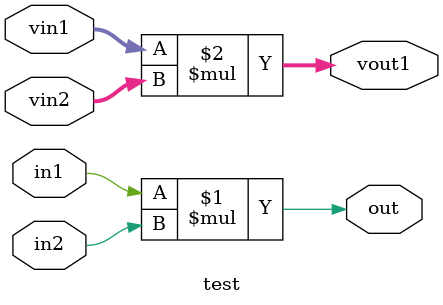
<source format=v>
module test(out, in1, in2, vin1, vin2, vout1);
output out;
input in1, in2;
input [1:0] vin1;
input [2:0] vin2;
output [3:0] vout1;

assign out = in1 * in2;
assign vout1 = vin1 * vin2;
endmodule

</source>
